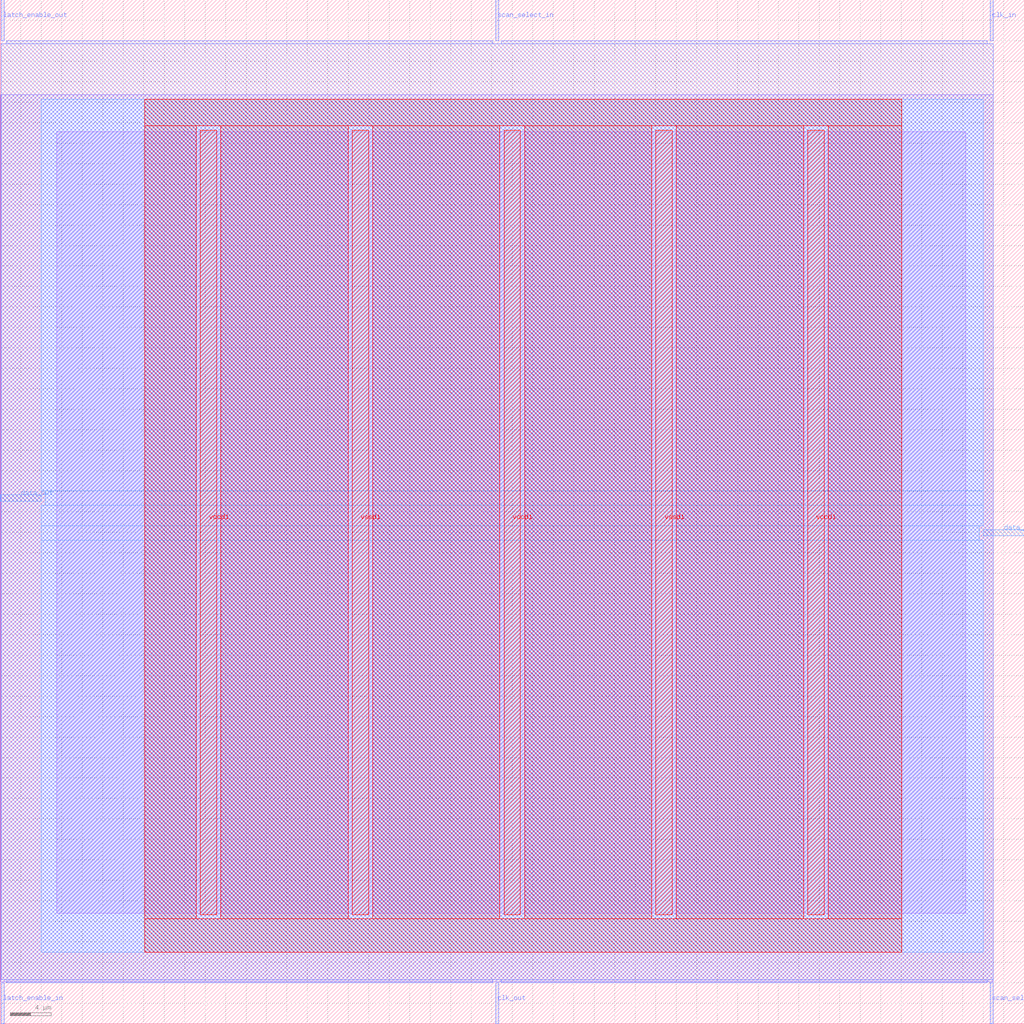
<source format=lef>
VERSION 5.7 ;
  NOWIREEXTENSIONATPIN ON ;
  DIVIDERCHAR "/" ;
  BUSBITCHARS "[]" ;
MACRO scan_wrapper_340579111348994642
  CLASS BLOCK ;
  FOREIGN scan_wrapper_340579111348994642 ;
  ORIGIN 0.000 0.000 ;
  SIZE 100.000 BY 100.000 ;
  PIN clk_in
    DIRECTION INPUT ;
    USE SIGNAL ;
    PORT
      LAYER met2 ;
        RECT 96.690 96.000 96.970 100.000 ;
    END
  END clk_in
  PIN clk_out
    DIRECTION OUTPUT TRISTATE ;
    USE SIGNAL ;
    PORT
      LAYER met2 ;
        RECT 48.390 0.000 48.670 4.000 ;
    END
  END clk_out
  PIN data_in
    DIRECTION INPUT ;
    USE SIGNAL ;
    PORT
      LAYER met3 ;
        RECT 96.000 47.640 100.000 48.240 ;
    END
  END data_in
  PIN data_out
    DIRECTION OUTPUT TRISTATE ;
    USE SIGNAL ;
    PORT
      LAYER met3 ;
        RECT 0.000 51.040 4.000 51.640 ;
    END
  END data_out
  PIN latch_enable_in
    DIRECTION INPUT ;
    USE SIGNAL ;
    PORT
      LAYER met2 ;
        RECT 0.090 0.000 0.370 4.000 ;
    END
  END latch_enable_in
  PIN latch_enable_out
    DIRECTION OUTPUT TRISTATE ;
    USE SIGNAL ;
    PORT
      LAYER met2 ;
        RECT 0.090 96.000 0.370 100.000 ;
    END
  END latch_enable_out
  PIN scan_select_in
    DIRECTION INPUT ;
    USE SIGNAL ;
    PORT
      LAYER met2 ;
        RECT 48.390 96.000 48.670 100.000 ;
    END
  END scan_select_in
  PIN scan_select_out
    DIRECTION OUTPUT TRISTATE ;
    USE SIGNAL ;
    PORT
      LAYER met2 ;
        RECT 96.690 0.000 96.970 4.000 ;
    END
  END scan_select_out
  PIN vccd1
    DIRECTION INPUT ;
    USE POWER ;
    PORT
      LAYER met4 ;
        RECT 19.550 10.640 21.150 87.280 ;
    END
    PORT
      LAYER met4 ;
        RECT 49.200 10.640 50.800 87.280 ;
    END
    PORT
      LAYER met4 ;
        RECT 78.855 10.640 80.455 87.280 ;
    END
  END vccd1
  PIN vssd1
    DIRECTION INPUT ;
    USE GROUND ;
    PORT
      LAYER met4 ;
        RECT 34.370 10.640 35.970 87.280 ;
    END
    PORT
      LAYER met4 ;
        RECT 64.025 10.640 65.625 87.280 ;
    END
  END vssd1
  OBS
      LAYER li1 ;
        RECT 5.520 10.795 94.300 87.125 ;
      LAYER met1 ;
        RECT 0.070 4.120 96.990 90.740 ;
      LAYER met2 ;
        RECT 0.650 95.720 48.110 96.000 ;
        RECT 48.950 95.720 96.410 96.000 ;
        RECT 0.100 4.280 96.960 95.720 ;
        RECT 0.650 4.000 48.110 4.280 ;
        RECT 48.950 4.000 96.410 4.280 ;
      LAYER met3 ;
        RECT 4.000 52.040 96.000 90.265 ;
        RECT 4.400 50.640 96.000 52.040 ;
        RECT 4.000 48.640 96.000 50.640 ;
        RECT 4.000 47.240 95.600 48.640 ;
        RECT 4.000 6.975 96.000 47.240 ;
      LAYER met4 ;
        RECT 14.095 87.680 88.025 90.265 ;
        RECT 14.095 10.240 19.150 87.680 ;
        RECT 21.550 10.240 33.970 87.680 ;
        RECT 36.370 10.240 48.800 87.680 ;
        RECT 51.200 10.240 63.625 87.680 ;
        RECT 66.025 10.240 78.455 87.680 ;
        RECT 80.855 10.240 88.025 87.680 ;
        RECT 14.095 6.975 88.025 10.240 ;
  END
END scan_wrapper_340579111348994642
END LIBRARY


</source>
